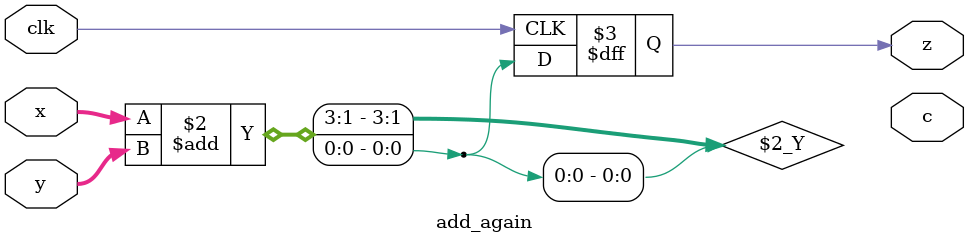
<source format=v>
module add_again (
    input  wire clk,
    input  wire [3:0] x,
    input  wire [3:0] y,
    output reg z,
    output reg c
    );

    always @(posedge clk) begin
        z <= x + y;
    end
endmodule


</source>
